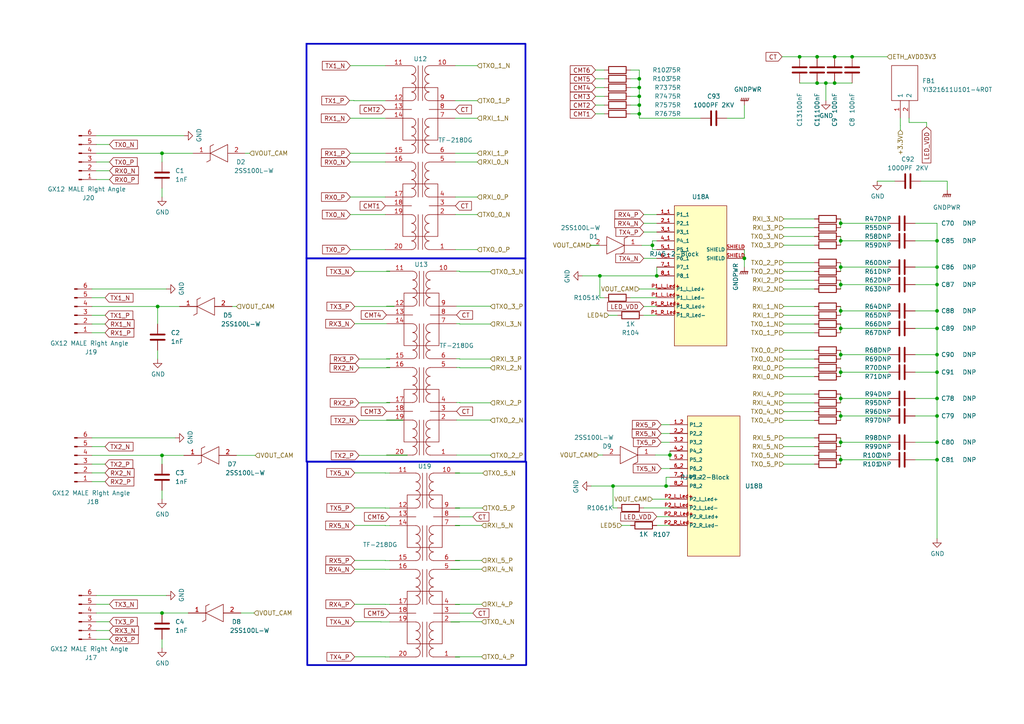
<source format=kicad_sch>
(kicad_sch (version 20231120) (generator "eeschema") (generator_version "8.0")
  (paper "A4")
  (junction (at 243.84 120.65))
  (junction (at 271.78 120.65))
  (junction (at 185.42 33.02))
  (junction (at 185.42 25.4))
  (junction (at 243.84 82.55))
  (junction (at 271.78 102.87))
  (junction (at 271.78 133.35))
  (junction (at 243.84 64.77))
  (junction (at 243.84 77.47))
  (junction (at 271.78 82.55))
  (junction (at 243.84 95.25))
  (junction (at 242.0768 16.4702))
  (junction (at 185.42 30.48))
  (junction (at 46.99 132.08))
  (junction (at 194.31 131.9754))
  (junction (at 173.99 80.01))
  (junction (at 242.0768 24.0902))
  (junction (at 243.84 128.27))
  (junction (at 243.84 102.87))
  (junction (at 271.78 107.95))
  (junction (at 190.5 80.01))
  (junction (at 243.84 133.35))
  (junction (at 236.9968 24.0902))
  (junction (at 236.9968 16.4702))
  (junction (at 243.84 107.95))
  (junction (at 247.1568 16.4702))
  (junction (at 177.8 140.97))
  (junction (at 271.78 115.57))
  (junction (at 239.5368 24.0902))
  (junction (at 243.84 90.17))
  (junction (at 271.78 90.17))
  (junction (at 271.78 95.25))
  (junction (at 243.84 115.57))
  (junction (at 46.99 44.45))
  (junction (at 271.78 128.27))
  (junction (at 215.9 74.93))
  (junction (at 271.78 77.47))
  (junction (at 46.99 177.8))
  (junction (at 189.23 71.1611))
  (junction (at 243.84 69.85))
  (junction (at 271.78 69.85))
  (junction (at 185.42 27.94))
  (junction (at 185.42 22.86))
  (junction (at 45.72 88.9))
  (junction (at 193.193 140.97))
  (junction (at 231.9168 16.4702))
  (wire (pts (xy 243.84 90.17) (xy 257.81 90.17)))
  (wire (pts (xy 104.14 106.68) (xy 113.03 106.68)))
  (wire (pts (xy 101.6 62.23) (xy 111.76 62.23)))
  (wire (pts (xy 236.22 96.52) (xy 227.33 96.52)))
  (wire (pts (xy 27.94 177.8) (xy 46.99 177.8)))
  (wire (pts (xy 142.24 132.08) (xy 142.24 131.9931)))
  (wire (pts (xy 182.88 152.4) (xy 180.34 152.4)))
  (wire (pts (xy 236.22 129.54) (xy 227.33 129.54)))
  (wire (pts (xy 243.84 64.77) (xy 243.84 66.04)))
  (wire (pts (xy 236.22 101.6) (xy 227.33 101.6)))
  (wire (pts (xy 186.69 91.44) (xy 190.5 91.44)))
  (wire (pts (xy 179.07 91.44) (xy 176.53 91.44)))
  (wire (pts (xy 116.84 121.8331) (xy 112.093 121.8331)))
  (wire (pts (xy 113.03 104.14) (xy 113.03 104.0531)))
  (wire (pts (xy 243.84 107.95) (xy 257.81 107.95)))
  (wire (pts (xy 118.11 132.08) (xy 118.11 131.9931)))
  (wire (pts (xy 243.84 127) (xy 243.84 128.27)))
  (wire (pts (xy 132.08 190.5) (xy 132.08 190.5412)))
  (wire (pts (xy 243.84 119.38) (xy 243.84 120.65)))
  (wire (pts (xy 132.08 162.6012) (xy 133.3389 162.6012)))
  (wire (pts (xy 236.22 106.68) (xy 227.33 106.68)))
  (wire (pts (xy 31.75 52.07) (xy 27.94 52.07)))
  (wire (pts (xy 226.8368 16.4702) (xy 231.9168 16.4702)))
  (wire (pts (xy 101.3778 29.1519) (xy 102.6478 29.1519)))
  (wire (pts (xy 138.43 29.21) (xy 132.08 29.21)))
  (wire (pts (xy 242.0768 24.0902) (xy 247.1568 24.0902)))
  (wire (pts (xy 142.24 106.68) (xy 133.35 106.68)))
  (wire (pts (xy 236.22 121.92) (xy 227.33 121.92)))
  (wire (pts (xy 138.43 72.39) (xy 132.08 72.39)))
  (wire (pts (xy 132.413 121.8331) (xy 142.24 121.8331)))
  (wire (pts (xy 243.84 101.6) (xy 243.84 102.87)))
  (wire (pts (xy 185.42 20.32) (xy 182.88 20.32)))
  (wire (pts (xy 215.9 34.29) (xy 215.9 30.48)))
  (wire (pts (xy 243.84 115.57) (xy 243.84 116.84)))
  (wire (pts (xy 45.72 93.98) (xy 45.72 88.9)))
  (wire (pts (xy 271.78 77.47) (xy 271.78 82.55)))
  (wire (pts (xy 133.35 78.8269) (xy 133.35 78.6531)))
  (wire (pts (xy 69.85 177.8) (xy 73.66 177.8)))
  (wire (pts (xy 104.14 104.14) (xy 113.03 104.14)))
  (wire (pts (xy 194.31 131.9754) (xy 194.31 133.35)))
  (wire (pts (xy 265.43 133.35) (xy 271.78 133.35)))
  (wire (pts (xy 130.81 165.1412) (xy 133.3389 165.1412)))
  (wire (pts (xy 102.87 88.9) (xy 114.3 88.9)))
  (wire (pts (xy 190.5 149.86) (xy 194.31 149.86)))
  (wire (pts (xy 50.8 127) (xy 26.67 127)))
  (wire (pts (xy 138.43 62.23) (xy 132.08 62.23)))
  (wire (pts (xy 271.78 102.87) (xy 271.78 107.95)))
  (wire (pts (xy 27.94 44.45) (xy 46.99 44.45)))
  (wire (pts (xy 132.08 137.2012) (xy 133.3389 137.2012)))
  (wire (pts (xy 133.35 116.7531) (xy 132.413 116.7531)))
  (wire (pts (xy 46.99 44.45) (xy 55.88 44.45)))
  (wire (pts (xy 190.5 77.47) (xy 190.5 80.01)))
  (wire (pts (xy 236.22 134.62) (xy 227.33 134.62)))
  (wire (pts (xy 186.69 64.77) (xy 190.5 64.77)))
  (wire (pts (xy 191.77 128.27) (xy 194.31 128.27)))
  (wire (pts (xy 274.743 55.0829) (xy 274.743 52.5429)))
  (wire (pts (xy 243.84 133.35) (xy 243.84 134.62)))
  (wire (pts (xy 268.7468 35.5202) (xy 263.6668 35.5202)))
  (wire (pts (xy 261.1399 37.7264) (xy 261.1399 36.4112)))
  (wire (pts (xy 243.84 82.55) (xy 243.84 83.82)))
  (wire (pts (xy 236.22 93.98) (xy 227.33 93.98)))
  (wire (pts (xy 236.22 104.14) (xy 227.33 104.14)))
  (wire (pts (xy 139.8948 147.344) (xy 132.08 147.344)))
  (wire (pts (xy 243.84 102.87) (xy 257.81 102.87)))
  (wire (pts (xy 111.76 137.2012) (xy 113.0189 137.2012)))
  (wire (pts (xy 30.48 139.7) (xy 26.67 139.7)))
  (wire (pts (xy 133.35 93.8931) (xy 132.413 93.8931)))
  (wire (pts (xy 138.43 46.99) (xy 132.08 46.99)))
  (wire (pts (xy 271.78 69.85) (xy 271.78 77.47)))
  (wire (pts (xy 236.22 76.2) (xy 227.33 76.2)))
  (wire (pts (xy 30.48 96.52) (xy 26.67 96.52)))
  (wire (pts (xy 242.0768 16.4702) (xy 247.1568 16.4702)))
  (wire (pts (xy 46.99 187.96) (xy 46.99 185.42)))
  (wire (pts (xy 236.22 71.12) (xy 227.33 71.12)))
  (wire (pts (xy 110.49 180.34) (xy 110.49 180.3812)))
  (wire (pts (xy 172.72 20.32) (xy 175.26 20.32)))
  (wire (pts (xy 142.24 121.8331) (xy 142.24 121.92)))
  (wire (pts (xy 111.76 175.26) (xy 111.76 175.3012)))
  (wire (pts (xy 102.87 137.16) (xy 111.76 137.16)))
  (wire (pts (xy 139.7 190.5) (xy 132.08 190.5)))
  (wire (pts (xy 53.34 39.37) (xy 27.94 39.37)))
  (wire (pts (xy 102.87 78.74) (xy 113.03 78.74)))
  (wire (pts (xy 236.22 127) (xy 227.33 127)))
  (wire (pts (xy 172.72 33.02) (xy 175.26 33.02)))
  (wire (pts (xy 186.69 88.9) (xy 190.5 88.9)))
  (wire (pts (xy 137.1489 177.8412) (xy 133.3389 177.8412)))
  (wire (pts (xy 236.22 132.08) (xy 227.33 132.08)))
  (wire (pts (xy 231.9168 16.4702) (xy 236.9968 16.4702)))
  (wire (pts (xy 30.48 137.16) (xy 26.67 137.16)))
  (wire (pts (xy 102.6478 29.21) (xy 111.76 29.21)))
  (wire (pts (xy 271.78 133.35) (xy 271.78 128.27)))
  (wire (pts (xy 172.72 30.48) (xy 175.26 30.48)))
  (wire (pts (xy 189.23 69.85) (xy 190.5 69.85)))
  (wire (pts (xy 271.78 120.65) (xy 271.78 115.57)))
  (wire (pts (xy 31.75 46.99) (xy 27.94 46.99)))
  (wire (pts (xy 111.76 190.5412) (xy 113.0189 190.5412)))
  (wire (pts (xy 271.78 102.87) (xy 265.43 102.87)))
  (wire (pts (xy 133.35 116.84) (xy 133.35 116.7531)))
  (wire (pts (xy 71.12 44.45) (xy 72.39 44.45)))
  (wire (pts (xy 30.48 134.62) (xy 26.67 134.62)))
  (wire (pts (xy 239.5368 24.0902) (xy 242.0768 24.0902)))
  (wire (pts (xy 271.78 120.65) (xy 265.43 120.65)))
  (wire (pts (xy 174.8078 131.9754) (xy 173.5378 131.9754)))
  (wire (pts (xy 140.0315 137.225) (xy 132.08 137.225)))
  (wire (pts (xy 243.84 63.5) (xy 243.84 64.77)))
  (wire (pts (xy 113.03 116.7531) (xy 112.093 116.7531)))
  (wire (pts (xy 30.48 93.98) (xy 26.67 93.98)))
  (wire (pts (xy 173.99 86.36) (xy 175.26 86.36)))
  (wire (pts (xy 243.84 69.85) (xy 257.81 69.85)))
  (wire (pts (xy 102.87 165.1) (xy 111.76 165.1)))
  (wire (pts (xy 133.35 104.14) (xy 133.35 104.0531)))
  (wire (pts (xy 193.193 138.43) (xy 193.193 140.97)))
  (wire (pts (xy 185.42 34.29) (xy 185.42 33.02)))
  (wire (pts (xy 30.48 91.44) (xy 26.67 91.44)))
  (wire (pts (xy 114.3 88.9) (xy 114.3 88.8131)))
  (wire (pts (xy 111.76 190.5) (xy 111.76 190.5412)))
  (wire (pts (xy 26.67 86.36) (xy 30.48 86.36)))
  (wire (pts (xy 243.84 77.47) (xy 257.81 77.47)))
  (wire (pts (xy 194.31 147.32) (xy 186.69 147.32)))
  (wire (pts (xy 271.78 64.77) (xy 265.43 64.77)))
  (wire (pts (xy 30.48 129.54) (xy 26.67 129.54)))
  (wire (pts (xy 110.49 180.3812) (xy 113.0189 180.3812)))
  (wire (pts (xy 271.78 107.95) (xy 265.43 107.95)))
  (wire (pts (xy 243.84 81.28) (xy 243.84 82.55)))
  (wire (pts (xy 194.31 138.43) (xy 193.193 138.43)))
  (wire (pts (xy 133.35 106.68) (xy 133.35 106.5931)))
  (wire (pts (xy 138.43 44.45) (xy 132.08 44.45)))
  (wire (pts (xy 243.84 64.77) (xy 257.81 64.77)))
  (wire (pts (xy 185.42 22.86) (xy 182.88 22.86)))
  (wire (pts (xy 111.76 175.3012) (xy 113.0189 175.3012)))
  (wire (pts (xy 271.78 82.55) (xy 265.43 82.55)))
  (wire (pts (xy 132.08 147.344) (xy 132.08 147.3612)))
  (wire (pts (xy 236.22 116.84) (xy 227.33 116.84)))
  (wire (pts (xy 113.03 78.74) (xy 113.03 78.6531)))
  (wire (pts (xy 111.76 137.16) (xy 111.76 137.2012)))
  (wire (pts (xy 104.14 116.84) (xy 113.03 116.84)))
  (wire (pts (xy 111.76 152.4412) (xy 113.0189 152.4412)))
  (wire (pts (xy 236.22 78.74) (xy 227.33 78.74)))
  (wire (pts (xy 101.6 44.45) (xy 111.76 44.45)))
  (wire (pts (xy 271.78 95.25) (xy 271.78 102.87)))
  (wire (pts (xy 271.78 90.17) (xy 265.43 90.17)))
  (wire (pts (xy 137.1489 149.9012) (xy 133.3389 149.9012)))
  (wire (pts (xy 194.31 130.81) (xy 194.31 131.9754)))
  (wire (pts (xy 194.31 144.78) (xy 189.23 144.78)))
  (wire (pts (xy 132.08 175.26) (xy 132.08 175.3012)))
  (wire (pts (xy 243.84 128.27) (xy 243.84 129.54)))
  (wire (pts (xy 168.91 80.01) (xy 173.99 80.01)))
  (wire (pts (xy 243.84 120.65) (xy 257.81 120.65)))
  (wire (pts (xy 191.77 125.73) (xy 194.31 125.73)))
  (wire (pts (xy 271.78 156.21) (xy 271.78 133.35)))
  (wire (pts (xy 130.81 180.3812) (xy 133.3389 180.3812)))
  (wire (pts (xy 185.42 27.94) (xy 182.88 27.94)))
  (wire (pts (xy 113.03 106.5931) (xy 112.093 106.5931)))
  (wire (pts (xy 46.99 144.78) (xy 46.99 142.24)))
  (wire (pts (xy 142.24 78.8269) (xy 133.35 78.8269)))
  (wire (pts (xy 113.03 106.68) (xy 113.03 106.5931)))
  (wire (pts (xy 139.7 180.34) (xy 130.81 180.34)))
  (wire (pts (xy 271.78 95.25) (xy 265.43 95.25)))
  (wire (pts (xy 236.22 119.38) (xy 227.33 119.38)))
  (wire (pts (xy 190.5 80.01) (xy 173.99 80.01)))
  (wire (pts (xy 104.14 132.08) (xy 118.11 132.08)))
  (wire (pts (xy 139.7 175.26) (xy 132.08 175.26)))
  (wire (pts (xy 185.42 25.4) (xy 185.42 27.94)))
  (wire (pts (xy 257.3168 16.4702) (xy 247.1568 16.4702)))
  (wire (pts (xy 236.9968 16.4702) (xy 242.0768 16.4702)))
  (wire (pts (xy 271.78 69.85) (xy 265.43 69.85)))
  (wire (pts (xy 172.72 27.94) (xy 175.26 27.94)))
  (wire (pts (xy 243.84 132.08) (xy 243.84 133.35)))
  (wire (pts (xy 74.0291 132.08) (xy 68.58 132.08)))
  (wire (pts (xy 271.78 77.47) (xy 265.43 77.47)))
  (wire (pts (xy 190.5 86.36) (xy 182.88 86.36)))
  (wire (pts (xy 191.77 135.89) (xy 194.31 135.89)))
  (wire (pts (xy 111.76 165.1412) (xy 113.0189 165.1412)))
  (wire (pts (xy 102.87 190.5) (xy 111.76 190.5)))
  (wire (pts (xy 243.84 77.47) (xy 243.84 78.74)))
  (wire (pts (xy 243.84 120.65) (xy 243.84 121.92)))
  (wire (pts (xy 186.69 67.31) (xy 190.5 67.31)))
  (wire (pts (xy 111.76 147.32) (xy 111.76 147.3612)))
  (wire (pts (xy 101.6 19.05) (xy 111.76 19.05)))
  (wire (pts (xy 185.42 20.32) (xy 185.42 22.86)))
  (wire (pts (xy 185.42 33.02) (xy 182.88 33.02)))
  (wire (pts (xy 193.193 140.97) (xy 177.8 140.97)))
  (wire (pts (xy 177.8 147.32) (xy 177.8 140.97)))
  (wire (pts (xy 132.413 131.9931) (xy 142.24 131.9931)))
  (wire (pts (xy 194.31 140.97) (xy 193.193 140.97)))
  (wire (pts (xy 243.84 95.25) (xy 243.84 96.52)))
  (wire (pts (xy 101.6 46.99) (xy 111.76 46.99)))
  (wire (pts (xy 185.42 30.48) (xy 185.42 27.94)))
  (wire (pts (xy 261.1399 36.4112) (xy 261.1268 36.4112)))
  (wire (pts (xy 111.76 162.6012) (xy 113.0189 162.6012)))
  (wire (pts (xy 133.35 106.5931) (xy 132.413 106.5931)))
  (wire (pts (xy 189.23 72.39) (xy 189.23 71.1611)))
  (wire (pts (xy 27.94 172.72) (xy 48.26 172.72)))
  (wire (pts (xy 263.6668 35.5202) (xy 263.6668 34.2502)))
  (wire (pts (xy 186.69 62.23) (xy 190.5 62.23)))
  (wire (pts (xy 31.75 41.91) (xy 27.94 41.91)))
  (wire (pts (xy 243.84 106.68) (xy 243.84 107.95)))
  (wire (pts (xy 102.6478 29.1519) (xy 102.6478 29.21)))
  (wire (pts (xy 132.08 190.5412) (xy 133.3389 190.5412)))
  (wire (pts (xy 26.67 88.9) (xy 45.72 88.9)))
  (wire (pts (xy 45.72 104.14) (xy 45.72 101.6)))
  (wire (pts (xy 116.84 121.92) (xy 116.84 121.8331)))
  (wire (pts (xy 101.6 34.29) (xy 111.76 34.29)))
  (wire (pts (xy 236.22 68.58) (xy 227.33 68.58)))
  (wire (pts (xy 261.1268 36.4112) (xy 261.1268 34.2502)))
  (wire (pts (xy 271.78 64.77) (xy 271.78 69.85)))
  (wire (pts (xy 132.08 175.3012) (xy 133.3389 175.3012)))
  (wire (pts (xy 236.22 88.9) (xy 227.33 88.9)))
  (wire (pts (xy 236.22 114.3) (xy 227.33 114.3)))
  (wire (pts (xy 171.45 140.97) (xy 177.8 140.97)))
  (wire (pts (xy 102.87 180.34) (xy 110.49 180.34)))
  (wire (pts (xy 271.78 115.57) (xy 265.43 115.57)))
  (wire (pts (xy 173.99 86.36) (xy 173.99 80.01)))
  (wire (pts (xy 236.22 63.5) (xy 227.33 63.5)))
  (wire (pts (xy 189.23 69.85) (xy 189.23 71.1611)))
  (wire (pts (xy 67.31 88.9) (xy 68.58 88.9)))
  (wire (pts (xy 113.03 78.6531) (xy 112.093 78.6531)))
  (wire (pts (xy 243.84 102.87) (xy 243.84 104.14)))
  (wire (pts (xy 132.08 162.56) (xy 132.08 162.6012)))
  (wire (pts (xy 236.22 66.04) (xy 227.33 66.04)))
  (wire (pts (xy 102.87 147.32) (xy 111.76 147.32)))
  (wire (pts (xy 170.9011 71.1611) (xy 173.736 71.1611)))
  (wire (pts (xy 45.72 88.9) (xy 52.07 88.9)))
  (wire (pts (xy 133.35 93.98) (xy 133.35 93.8931)))
  (wire (pts (xy 102.87 152.4) (xy 111.76 152.4)))
  (wire (pts (xy 236.22 109.22) (xy 227.33 109.22)))
  (wire (pts (xy 172.72 22.86) (xy 175.26 22.86)))
  (wire (pts (xy 186.69 74.93) (xy 190.5 74.93)))
  (wire (pts (xy 271.78 90.17) (xy 271.78 95.25)))
  (wire (pts (xy 118.11 131.9931) (xy 112.093 131.9931)))
  (wire (pts (xy 138.43 19.05) (xy 132.08 19.05)))
  (wire (pts (xy 53.34 132.08) (xy 46.99 132.08)))
  (wire (pts (xy 102.8776 93.8931) (xy 112.093 93.8931)))
  (wire (pts (xy 113.03 104.0531) (xy 112.093 104.0531)))
  (wire (pts (xy 236.22 81.28) (xy 227.33 81.28)))
  (wire (pts (xy 102.87 162.56) (xy 111.76 162.56)))
  (wire (pts (xy 111.76 152.4) (xy 111.76 152.4412)))
  (wire (pts (xy 132.08 152.4412) (xy 133.3389 152.4412)))
  (wire (pts (xy 130.81 165.1) (xy 130.81 165.1412)))
  (wire (pts (xy 271.78 115.57) (xy 271.78 107.95)))
  (wire (pts (xy 185.42 25.4) (xy 182.88 25.4)))
  (wire (pts (xy 236.9968 24.0902) (xy 231.9168 24.0902)))
  (wire (pts (xy 173.736 71.12) (xy 171.45 71.12)))
  (wire (pts (xy 26.67 83.82) (xy 48.26 83.82)))
  (wire (pts (xy 185.42 34.29) (xy 203.2 34.29)))
  (wire (pts (xy 190.5 83.82) (xy 185.42 83.82)))
  (wire (pts (xy 142.24 88.8131) (xy 132.413 88.8131)))
  (wire (pts (xy 111.76 147.3612) (xy 113.0189 147.3612)))
  (wire (pts (xy 111.76 165.1) (xy 111.76 165.1412)))
  (wire (pts (xy 101.6 72.39) (xy 111.76 72.39)))
  (wire (pts (xy 215.9 72.39) (xy 215.9 74.93)))
  (wire (pts (xy 215.9 74.93) (xy 215.9 77.47)))
  (wire (pts (xy 190.5 152.4) (xy 194.31 152.4)))
  (wire (pts (xy 185.42 22.86) (xy 185.42 25.4)))
  (wire (pts (xy 243.84 115.57) (xy 257.81 115.57)))
  (wire (pts (xy 236.22 83.82) (xy 227.33 83.82)))
  (wire (pts (xy 102.87 175.26) (xy 111.76 175.26)))
  (wire (pts (xy 111.76 162.56) (xy 111.76 162.6012)))
  (wire (pts (xy 142.24 88.9) (xy 142.24 88.8131)))
  (wire (pts (xy 243.84 128.27) (xy 257.81 128.27)))
  (wire (pts (xy 243.84 114.3) (xy 243.84 115.57)))
  (wire (pts (xy 133.35 78.6531) (xy 132.413 78.6531)))
  (wire (pts (xy 138.43 34.29) (xy 132.08 34.29)))
  (wire (pts (xy 142.24 116.84) (xy 133.35 116.84)))
  (wire (pts (xy 46.99 46.99) (xy 46.99 44.45)))
  (wire (pts (xy 243.84 90.17) (xy 243.84 91.44)))
  (wire (pts (xy 243.84 88.9) (xy 243.84 90.17)))
  (wire (pts (xy 46.99 57.15) (xy 46.99 54.61)))
  (wire (pts (xy 243.84 133.35) (xy 257.81 133.35)))
  (wire (pts (xy 243.84 68.58) (xy 243.84 69.85)))
  (wire (pts (xy 139.7 165.1) (xy 130.81 165.1)))
  (wire (pts (xy 46.99 132.08) (xy 26.67 132.08)))
  (wire (pts (xy 243.84 69.85) (xy 243.84 71.12)))
  (wire (pts (xy 186.1411 71.1611) (xy 189.23 71.1611)))
  (wire (pts (xy 113.03 116.84) (xy 113.03 116.7531)))
  (wire (pts (xy 31.75 175.26) (xy 27.94 175.26)))
  (wire (pts (xy 243.84 93.98) (xy 243.84 95.25)))
  (wire (pts (xy 132.08 137.225) (xy 132.08 137.2012)))
  (wire (pts (xy 101.6 57.15) (xy 111.76 57.15)))
  (wire (pts (xy 215.9 34.29) (xy 210.82 34.29)))
  (wire (pts (xy 173.736 71.1611) (xy 173.736 71.12)))
  (wire (pts (xy 243.84 82.55) (xy 257.81 82.55)))
  (wire (pts (xy 243.84 95.25) (xy 257.81 95.25)))
  (wire (pts (xy 243.84 76.2) (xy 243.84 77.47)))
  (wire (pts (xy 46.99 177.8) (xy 54.61 177.8)))
  (wire (pts (xy 236.9968 24.0902) (xy 239.5368 24.0902)))
  (wire (pts (xy 265.43 128.27) (xy 271.78 128.27)))
  (wire (pts (xy 132.08 152.4) (xy 132.08 152.4412)))
  (wire (pts (xy 31.75 185.42) (xy 27.94 185.42)))
  (wire (pts (xy 236.22 91.44) (xy 227.33 91.44)))
  (wire (pts (xy 133.35 104.0531) (xy 132.413 104.0531)))
  (wire (pts (xy 139.7 162.56) (xy 132.08 162.56)))
  (wire (pts (xy 142.24 93.98) (xy 133.35 93.98)))
  (wire (pts (xy 142.24 104.14) (xy 133.35 104.14)))
  (wire (pts (xy 177.8 147.32) (xy 179.07 147.32)))
  (wire (pts (xy 132.08 57.15) (xy 138.43 57.15)))
  (wire (pts (xy 185.42 30.48) (xy 182.88 30.48)))
  (wire (pts (xy 190.5 72.39) (xy 189.23 72.39)))
  (wire (pts (xy 243.84 107.95) (xy 243.84 109.22)))
  (wire (pts (xy 139.7 152.4) (xy 132.08 152.4)))
  (wire (pts (xy 172.72 25.4) (xy 175.26 25.4)))
  (wire (pts (xy 268.7468 36.7902) (xy 268.7468 35.5202)))
  (wire (pts (xy 31.75 180.34) (xy 27.94 180.34)))
  (wire (pts (xy 104.14 121.92) (xy 116.84 121.92)))
  (wire (pts (xy 274.743 52.5429) (xy 267.123 52.5429)))
  (wire (pts (xy 190.0478 131.9754) (xy 194.31 131.9754)))
  (wire (pts (xy 132.08 147.3612) (xy 133.3389 147.3612)))
  (wire (pts (xy 271.78 128.27) (xy 271.78 120.65)))
  (wire (pts (xy 31.75 182.88) (xy 27.94 182.88)))
  (wire (pts (xy 114.3 88.8131) (xy 112.093 88.8131)))
  (wire (pts (xy 46.99 134.62) (xy 46.99 132.08)))
  (wire (pts (xy 254.423 52.5429) (xy 259.503 52.5429)))
  (wire (pts (xy 31.75 49.53) (xy 27.94 49.53)))
  (wire (pts (xy 239.5368 29.1702) (xy 239.5368 24.0902)))
  (wire (pts (xy 271.78 82.55) (xy 271.78 90.17)))
  (wire (pts (xy 130.81 180.34) (xy 130.81 180.3812)))
  (wire (pts (xy 191.77 123.19) (xy 194.31 123.19)))
  (wire (pts (xy 185.42 30.48) (xy 185.42 33.02)))
  (rectangle (start 88.9 74.93) (end 152.4 133.9036) (stroke (width 0.5)))
  (rectangle (start 88.9 12.7) (end 152.4 74.93) (stroke (width 0.5)))
  (rectangle (start 89.1224 133.9243) (end 152.6224 192.8979) (stroke (width 0.5)))
  (global_label "RX2_P" (shape input) (at 30.48 139.7 0) (property "Intersheetrefs" "${INTERSHEET_REFS}" (effects (hide yes))))
  (global_label "LED_VDD" (shape input) (at 190.5 149.86 180) (property "Intersheetrefs" "${INTERSHEET_REFS}" (effects (hide yes))))
  (global_label "TX2_N" (shape input) (at 104.14 121.92 180) (property "Intersheetrefs" "${INTERSHEET_REFS}" (effects (hide yes))))
  (global_label "RX5_N" (shape input) (at 191.77 125.73 180) (property "Intersheetrefs" "${INTERSHEET_REFS}" (effects (hide yes))))
  (global_label "RX4_N" (shape input) (at 186.69 64.77 180) (property "Intersheetrefs" "${INTERSHEET_REFS}" (effects (hide yes))))
  (global_label "TX3_N" (shape input) (at 31.75 175.26 0) (property "Intersheetrefs" "${INTERSHEET_REFS}" (effects (hide yes))))
  (global_label "CMT5" (shape input) (at 113.0189 177.8412 180) (property "Intersheetrefs" "${INTERSHEET_REFS}" (effects (hide yes))))
  (global_label "CT" (shape input) (at 137.1489 177.8412 0) (property "Intersheetrefs" "${INTERSHEET_REFS}" (effects (hide yes))))
  (global_label "RX5_N" (shape input) (at 102.87 152.4 180) (property "Intersheetrefs" "${INTERSHEET_REFS}" (effects (hide yes))))
  (global_label "TX0_N" (shape input) (at 31.75 41.91 0) (property "Intersheetrefs" "${INTERSHEET_REFS}" (effects (hide yes))))
  (global_label "CMT5" (shape input) (at 172.72 22.86 180) (property "Intersheetrefs" "${INTERSHEET_REFS}" (effects (hide yes))))
  (global_label "TX5_N" (shape input) (at 191.77 135.89 180) (property "Intersheetrefs" "${INTERSHEET_REFS}" (effects (hide yes))))
  (global_label "CT" (shape input) (at 132.08 59.69 0) (property "Intersheetrefs" "${INTERSHEET_REFS}" (effects (hide yes))))
  (global_label "RX0_N" (shape input) (at 101.6 46.99 180) (property "Intersheetrefs" "${INTERSHEET_REFS}" (effects (hide yes))))
  (global_label "TX1_N" (shape input) (at 30.48 86.36 0) (property "Intersheetrefs" "${INTERSHEET_REFS}" (effects (hide yes))))
  (global_label "CMT3" (shape input) (at 112.093 119.2931 180) (property "Intersheetrefs" "${INTERSHEET_REFS}" (effects (hide yes))))
  (global_label "TX1_P" (shape input) (at 30.48 91.44 0) (property "Intersheetrefs" "${INTERSHEET_REFS}" (effects (hide yes))))
  (global_label "LED_VDD" (shape input) (at 268.7468 36.7902 270) (property "Intersheetrefs" "${INTERSHEET_REFS}" (effects (hide yes))))
  (global_label "RX2_N" (shape input) (at 104.14 106.68 180) (property "Intersheetrefs" "${INTERSHEET_REFS}" (effects (hide yes))))
  (global_label "TX5_P" (shape input) (at 191.77 128.27 180) (property "Intersheetrefs" "${INTERSHEET_REFS}" (effects (hide yes))))
  (global_label "TX5_N" (shape input) (at 102.87 137.16 180) (property "Intersheetrefs" "${INTERSHEET_REFS}" (effects (hide yes))))
  (global_label "CT" (shape input) (at 137.1489 149.9012 0) (property "Intersheetrefs" "${INTERSHEET_REFS}" (effects (hide yes))))
  (global_label "RX4_P" (shape input) (at 102.87 175.26 180) (property "Intersheetrefs" "${INTERSHEET_REFS}" (effects (hide yes))))
  (global_label "RX2_N" (shape input) (at 30.48 137.16 0) (property "Intersheetrefs" "${INTERSHEET_REFS}" (effects (hide yes))))
  (global_label "TX0_P" (shape input) (at 101.6 72.39 180) (property "Intersheetrefs" "${INTERSHEET_REFS}" (effects (hide yes))))
  (global_label "LED_VDD" (shape input) (at 186.69 88.9 180) (property "Intersheetrefs" "${INTERSHEET_REFS}" (effects (hide yes))))
  (global_label "TX5_P" (shape input) (at 102.87 147.32 180) (property "Intersheetrefs" "${INTERSHEET_REFS}" (effects (hide yes))))
  (global_label "RX3_N" (shape input) (at 102.8776 93.8931 180) (property "Intersheetrefs" "${INTERSHEET_REFS}" (effects (hide yes))))
  (global_label "CT" (shape input) (at 132.413 91.3531 0) (property "Intersheetrefs" "${INTERSHEET_REFS}" (effects (hide yes))))
  (global_label "TX4_N" (shape input) (at 102.87 180.34 180) (property "Intersheetrefs" "${INTERSHEET_REFS}" (effects (hide yes))))
  (global_label "TX4_P" (shape input) (at 186.69 67.31 180) (property "Intersheetrefs" "${INTERSHEET_REFS}" (effects (hide yes))))
  (global_label "RX2_P" (shape input) (at 104.14 116.84 180) (property "Intersheetrefs" "${INTERSHEET_REFS}" (effects (hide yes))))
  (global_label "TX2_P" (shape input) (at 104.14 132.08 180) (property "Intersheetrefs" "${INTERSHEET_REFS}" (effects (hide yes))))
  (global_label "TX1_P" (shape input) (at 101.3778 29.1519 180) (property "Intersheetrefs" "${INTERSHEET_REFS}" (effects (hide yes))))
  (global_label "RX0_N" (shape input) (at 31.75 49.53 0) (property "Intersheetrefs" "${INTERSHEET_REFS}" (effects (hide yes))))
  (global_label "TX2_P" (shape input) (at 30.48 134.62 0) (property "Intersheetrefs" "${INTERSHEET_REFS}" (effects (hide yes))))
  (global_label "RX4_P" (shape input) (at 186.69 62.23 180) (property "Intersheetrefs" "${INTERSHEET_REFS}" (effects (hide yes))))
  (global_label "RX3_P" (shape input) (at 31.75 185.42 0) (property "Intersheetrefs" "${INTERSHEET_REFS}" (effects (hide yes))))
  (global_label "CT" (shape input) (at 132.08 31.75 0) (property "Intersheetrefs" "${INTERSHEET_REFS}" (effects (hide yes))))
  (global_label "CT" (shape input) (at 132.413 119.2931 0) (property "Intersheetrefs" "${INTERSHEET_REFS}" (effects (hide yes))))
  (global_label "RX1_N" (shape input) (at 30.48 93.98 0) (property "Intersheetrefs" "${INTERSHEET_REFS}" (effects (hide yes))))
  (global_label "TX3_N" (shape input) (at 102.87 78.74 180) (property "Intersheetrefs" "${INTERSHEET_REFS}" (effects (hide yes))))
  (global_label "TX3_P" (shape input) (at 102.87 88.9 180) (property "Intersheetrefs" "${INTERSHEET_REFS}" (effects (hide yes))))
  (global_label "TX1_N" (shape input) (at 101.6 19.05 180) (property "Intersheetrefs" "${INTERSHEET_REFS}" (effects (hide yes))))
  (global_label "TX0_N" (shape input) (at 101.6 62.23 180) (property "Intersheetrefs" "${INTERSHEET_REFS}" (effects (hide yes))))
  (global_label "CMT4" (shape input) (at 112.093 91.3531 180) (property "Intersheetrefs" "${INTERSHEET_REFS}" (effects (hide yes))))
  (global_label "TX0_P" (shape input) (at 31.75 46.99 0) (property "Intersheetrefs" "${INTERSHEET_REFS}" (effects (hide yes))))
  (global_label "CMT6" (shape input) (at 113.0189 149.9012 180) (property "Intersheetrefs" "${INTERSHEET_REFS}" (effects (hide yes))))
  (global_label "RX5_P" (shape input) (at 102.87 162.56 180) (property "Intersheetrefs" "${INTERSHEET_REFS}" (effects (hide yes))))
  (global_label "TX2_N" (shape input) (at 30.48 129.54 0) (property "Intersheetrefs" "${INTERSHEET_REFS}" (effects (hide yes))))
  (global_label "RX3_N" (shape input) (at 31.75 182.88 0) (property "Intersheetrefs" "${INTERSHEET_REFS}" (effects (hide yes))))
  (global_label "RX3_P" (shape input) (at 104.14 104.14 180) (property "Intersheetrefs" "${INTERSHEET_REFS}" (effects (hide yes))))
  (global_label "RX0_P" (shape input) (at 101.6 57.15 180) (property "Intersheetrefs" "${INTERSHEET_REFS}" (effects (hide yes))))
  (global_label "CT" (shape input) (at 226.8368 16.4702 180) (property "Intersheetrefs" "${INTERSHEET_REFS}" (effects (hide yes))))
  (global_label "CMT2" (shape input) (at 111.76 31.75 180) (property "Intersheetrefs" "${INTERSHEET_REFS}" (effects (hide yes))))
  (global_label "CMT1" (shape input) (at 172.72 33.02 180) (property "Intersheetrefs" "${INTERSHEET_REFS}" (effects (hide yes))))
  (global_label "RX4_N" (shape input) (at 102.87 165.1 180) (property "Intersheetrefs" "${INTERSHEET_REFS}" (effects (hide yes))))
  (global_label "TX4_P" (shape input) (at 102.87 190.5 180) (property "Intersheetrefs" "${INTERSHEET_REFS}" (effects (hide yes))))
  (global_label "CMT1" (shape input) (at 111.76 59.69 180) (property "Intersheetrefs" "${INTERSHEET_REFS}" (effects (hide yes))))
  (global_label "TX4_N" (shape input) (at 186.69 74.93 180) (property "Intersheetrefs" "${INTERSHEET_REFS}" (effects (hide yes))))
  (global_label "CMT3" (shape input) (at 172.72 27.94 180) (property "Intersheetrefs" "${INTERSHEET_REFS}" (effects (hide yes))))
  (global_label "RX1_P" (shape input) (at 30.48 96.52 0) (property "Intersheetrefs" "${INTERSHEET_REFS}" (effects (hide yes))))
  (global_label "CMT2" (shape input) (at 172.72 30.48 180) (property "Intersheetrefs" "${INTERSHEET_REFS}" (effects (hide yes))))
  (global_label "RX0_P" (shape input) (at 31.75 52.07 0) (property "Intersheetrefs" "${INTERSHEET_REFS}" (effects (hide yes))))
  (global_label "TX3_P" (shape input) (at 31.75 180.34 0) (property "Intersheetrefs" "${INTERSHEET_REFS}" (effects (hide yes))))
  (global_label "RX5_P" (shape input) (at 191.77 123.19 180) (property "Intersheetrefs" "${INTERSHEET_REFS}" (effects (hide yes))))
  (global_label "CMT6" (shape input) (at 172.72 20.32 180) (property "Intersheetrefs" "${INTERSHEET_REFS}" (effects (hide yes))))
  (global_label "RX1_P" (shape input) (at 101.6 44.45 180) (property "Intersheetrefs" "${INTERSHEET_REFS}" (effects (hide yes))))
  (global_label "CMT4" (shape input) (at 172.72 25.4 180) (property "Intersheetrefs" "${INTERSHEET_REFS}" (effects (hide yes))))
  (global_label "RX1_N" (shape input) (at 101.6 34.29 180) (property "Intersheetrefs" "${INTERSHEET_REFS}" (effects (hide yes))))
  (hierarchical_label "TXO_3_N" (shape input) (at 142.24 78.8269 0) (property "Intersheetrefs" "${INTERSHEET_REFS}" (effects (hide yes))))
  (hierarchical_label "RXI_4_N" (shape input) (at 139.7 165.1 0) (property "Intersheetrefs" "${INTERSHEET_REFS}" (effects (hide yes))))
  (hierarchical_label "ETH_AVDD3V3" (shape input) (at 257.3168 16.4702 0))
  (hierarchical_label "TXO_4_P" (shape input) (at 227.33 121.92 180) (property "Intersheetrefs" "${INTERSHEET_REFS}" (effects (hide yes))))
  (hierarchical_label "VOUT_CAM" (shape input) (at 74.0291 132.08 0))
  (hierarchical_label "TXO_5_P" (shape input) (at 139.8948 147.344 0) (property "Intersheetrefs" "${INTERSHEET_REFS}" (effects (hide yes))))
  (hierarchical_label "RXI_0_N" (shape input) (at 138.43 46.99 0) (property "Intersheetrefs" "${INTERSHEET_REFS}" (effects (hide yes))))
  (hierarchical_label "TXO_0_N" (shape input) (at 227.33 104.14 180) (property "Intersheetrefs" "${INTERSHEET_REFS}" (effects (hide yes))))
  (hierarchical_label "VOUT_CAM" (shape input) (at 173.5378 131.9754 180))
  (hierarchical_label "TXO_5_N" (shape input) (at 227.33 132.08 180) (property "Intersheetrefs" "${INTERSHEET_REFS}" (effects (hide yes))))
  (hierarchical_label "RXI_3_P" (shape input) (at 142.24 104.14 0) (property "Intersheetrefs" "${INTERSHEET_REFS}" (effects (hide yes))))
  (hierarchical_label "VOUT_CAM" (shape input) (at 171.45 71.12 180))
  (hierarchical_label "TXO_2_N" (shape input) (at 142.24 121.92 0) (property "Intersheetrefs" "${INTERSHEET_REFS}" (effects (hide yes))))
  (hierarchical_label "VOUT_CAM" (shape input) (at 68.58 88.9 0))
  (hierarchical_label "RXI_0_P" (shape input) (at 138.43 57.15 0) (property "Intersheetrefs" "${INTERSHEET_REFS}" (effects (hide yes))))
  (hierarchical_label "TXO_4_N" (shape input) (at 227.33 119.38 180) (property "Intersheetrefs" "${INTERSHEET_REFS}" (effects (hide yes))))
  (hierarchical_label "RXI_1_P" (shape input) (at 227.33 91.44 180) (property "Intersheetrefs" "${INTERSHEET_REFS}" (effects (hide yes))))
  (hierarchical_label "RXI_2_N" (shape input) (at 142.24 106.68 0) (property "Intersheetrefs" "${INTERSHEET_REFS}" (effects (hide yes))))
  (hierarchical_label "RXI_2_P" (shape input) (at 227.33 81.28 180) (property "Intersheetrefs" "${INTERSHEET_REFS}" (effects (hide yes))))
  (hierarchical_label "TXO_2_P" (shape input) (at 227.33 76.2 180) (property "Intersheetrefs" "${INTERSHEET_REFS}" (effects (hide yes))))
  (hierarchical_label "TXO_4_P" (shape input) (at 139.7 190.5 0) (property "Intersheetrefs" "${INTERSHEET_REFS}" (effects (hide yes))))
  (hierarchical_label "VOUT_CAM" (shape input) (at 72.39 44.45 0))
  (hierarchical_label "TXO_1_N" (shape input) (at 227.33 93.98 180) (property "Intersheetrefs" "${INTERSHEET_REFS}" (effects (hide yes))))
  (hierarchical_label "RXI_4_P" (shape input) (at 227.33 114.3 180) (property "Intersheetrefs" "${INTERSHEET_REFS}" (effects (hide yes))))
  (hierarchical_label "TXO_5_P" (shape input) (at 227.33 134.62 180) (property "Intersheetrefs" "${INTERSHEET_REFS}" (effects (hide yes))))
  (hierarchical_label "TXO_0_P" (shape input) (at 138.43 72.39 0) (property "Intersheetrefs" "${INTERSHEET_REFS}" (effects (hide yes))))
  (hierarchical_label "RXI_4_N" (shape input) (at 227.33 116.84 180) (property "Intersheetrefs" "${INTERSHEET_REFS}" (effects (hide yes))))
  (hierarchical_label "TXO_1_P" (shape input) (at 138.43 29.21 0) (property "Intersheetrefs" "${INTERSHEET_REFS}" (effects (hide yes))))
  (hierarchical_label "TXO_2_N" (shape input) (at 227.33 78.74 180) (property "Intersheetrefs" "${INTERSHEET_REFS}" (effects (hide yes))))
  (hierarchical_label "TXO_3_P" (shape input) (at 227.33 71.12 180) (property "Intersheetrefs" "${INTERSHEET_REFS}" (effects (hide yes))))
  (hierarchical_label "VOUT_CAM" (shape input) (at 185.42 83.82 180))
  (hierarchical_label "LED5" (shape input) (at 180.34 152.4 180))
  (hierarchical_label "TXO_1_N" (shape input) (at 138.43 19.05 0) (property "Intersheetrefs" "${INTERSHEET_REFS}" (effects (hide yes))))
  (hierarchical_label "RXI_5_N" (shape input) (at 139.7 152.4 0) (property "Intersheetrefs" "${INTERSHEET_REFS}" (effects (hide yes))))
  (hierarchical_label "TXO_3_N" (shape input) (at 227.33 68.58 180) (property "Intersheetrefs" "${INTERSHEET_REFS}" (effects (hide yes))))
  (hierarchical_label "TXO_5_N" (shape input) (at 140.0315 137.225 0) (property "Intersheetrefs" "${INTERSHEET_REFS}" (effects (hide yes))))
  (hierarchical_label "TXO_4_N" (shape input) (at 139.7 180.34 0) (property "Intersheetrefs" "${INTERSHEET_REFS}" (effects (hide yes))))
  (hierarchical_label "RXI_0_P" (shape input) (at 227.33 106.68 180) (property "Intersheetrefs" "${INTERSHEET_REFS}" (effects (hide yes))))
  (hierarchical_label "RXI_0_N" (shape input) (at 227.33 109.22 180) (property "Intersheetrefs" "${INTERSHEET_REFS}" (effects (hide yes))))
  (hierarchical_label "RXI_1_N" (shape input) (at 138.43 34.29 0) (property "Intersheetrefs" "${INTERSHEET_REFS}" (effects (hide yes))))
  (hierarchical_label "RXI_5_N" (shape input) (at 227.33 129.54 180) (property "Intersheetrefs" "${INTERSHEET_REFS}" (effects (hide yes))))
  (hierarchical_label "RXI_3_N" (shape input) (at 227.33 63.5 180) (property "Intersheetrefs" "${INTERSHEET_REFS}" (effects (hide yes))))
  (hierarchical_label "TXO_0_P" (shape input) (at 227.33 101.6 180) (property "Intersheetrefs" "${INTERSHEET_REFS}" (effects (hide yes))))
  (hierarchical_label "TXO_0_N" (shape input) (at 138.43 62.23 0) (property "Intersheetrefs" "${INTERSHEET_REFS}" (effects (hide yes))))
  (hierarchical_label "RXI_5_P" (shape input) (at 139.7 162.56 0) (property "Intersheetrefs" "${INTERSHEET_REFS}" (effects (hide yes))))
  (hierarchical_label "LED4" (shape input) (at 176.53 91.44 180))
  (hierarchical_label "RXI_3_N" (shape input) (at 142.24 93.98 0) (property "Intersheetrefs" "${INTERSHEET_REFS}" (effects (hide yes))))
  (hierarchical_label "RXI_4_P" (shape input) (at 139.7 175.26 0) (property "Intersheetrefs" "${INTERSHEET_REFS}" (effects (hide yes))))
  (hierarchical_label "RXI_2_P" (shape input) (at 142.24 116.84 0) (property "Intersheetrefs" "${INTERSHEET_REFS}" (effects (hide yes))))
  (hierarchical_label "RXI_5_P" (shape input) (at 227.33 127 180) (property "Intersheetrefs" "${INTERSHEET_REFS}" (effects (hide yes))))
  (hierarchical_label "VOUT_CAM" (shape input) (at 73.66 177.8 0))
  (hierarchical_label "TXO_3_P" (shape input) (at 142.24 88.9 0) (property "Intersheetrefs" "${INTERSHEET_REFS}" (effects (hide yes))))
  (hierarchical_label "+3.3V" (shape input) (at 261.1399 37.7264 270))
  (hierarchical_label "TXO_1_P" (shape input) (at 227.33 96.52 180) (property "Intersheetrefs" "${INTERSHEET_REFS}" (effects (hide yes))))
  (hierarchical_label "RXI_1_N" (shape input) (at 227.33 88.9 180) (property "Intersheetrefs" "${INTERSHEET_REFS}" (effects (hide yes))))
  (hierarchical_label "TXO_2_P" (shape input) (at 142.24 132.08 0) (property "Intersheetrefs" "${INTERSHEET_REFS}" (effects (hide yes))))
  (hierarchical_label "VOUT_CAM" (shape input) (at 189.23 144.78 180))
  (hierarchical_label "RXI_2_N" (shape input) (at 227.33 83.82 180) (property "Intersheetrefs" "${INTERSHEET_REFS}" (effects (hide yes))))
  (hierarchical_label "RXI_1_P" (shape input) (at 138.43 44.45 0) (property "Intersheetrefs" "${INTERSHEET_REFS}" (effects (hide yes))))
  (hierarchical_label "RXI_3_P" (shape input) (at 227.33 66.04 180) (property "Intersheetrefs" "${INTERSHEET_REFS}" (effects (hide yes))))
  (symbol (lib_id "power:GND") (at 45.72 104.14 0) (unit 1)
    (property "Reference" "#PWR045" (effects (hide yes)))
    (property "Value" "GND" (at 45.847 108.5342 0))
  )
  (symbol (lib_id "Device:R") (at 240.03 101.6 270) (unit 1)
    (property "Reference" "R68" (at 252.73 101.6 90))
    (property "Value" "DNP" (at 256.54 101.6 90))
    (property "Footprint" "Resistor_SMD:R_0603_1608Metric" (effects (hide yes)))
  )
  (symbol (lib_id "Device:R") (at 179.07 22.86 270) (unit 1)
    (property "Reference" "R103" (at 191.77 22.86 90))
    (property "Value" "75R" (at 195.58 22.86 90))
    (property "Footprint" "Resistor_SMD:R_0603_1608Metric" (effects (hide yes)))
    (property "MPN" "0603WAF750JT5E" (effects (hide yes)))
  )
  (symbol (lib_id "Device:R") (at 179.07 25.4 270) (unit 1)
    (property "Reference" "R73" (at 191.77 25.4 90))
    (property "Value" "75R" (at 195.58 25.4 90))
    (property "Footprint" "Resistor_SMD:R_0603_1608Metric" (effects (hide yes)))
    (property "MPN" "0603WAF750JT5E" (effects (hide yes)))
  )
  (symbol (lib_id "Device:R") (at 240.03 109.22 270) (unit 1)
    (property "Reference" "R71" (at 252.73 109.22 90))
    (property "Value" "DNP" (at 256.54 109.22 90))
    (property "Footprint" "Resistor_SMD:R_0603_1608Metric" (effects (hide yes)))
  )
  (symbol (lib_id "Device:C") (at 236.9968 20.2802 0) (unit 1)
    (property "Reference" "C11" (at 236.9968 36.7902 90) (effects (justify left)))
    (property "Value" "100nF" (at 236.9968 32.9802 90) (effects (justify left)))
    (property "Footprint" "Capacitor_SMD:C_0402_1005Metric" (effects (hide yes)))
    (property "MPN" "CC0402KRX7R7BB104" (effects (hide yes)))
  )
  (symbol (lib_id "power:GND") (at 171.45 140.97 270) (unit 1)
    (property "Reference" "#PWR038" (effects (hide yes)))
    (property "Value" "GND" (at 167.0558 141.097 0))
  )
  (symbol (lib_id "Device:R") (at 186.69 152.4 270) (unit 1)
    (property "Reference" "R107" (at 191.8761 155.0472 90))
    (property "Value" "1K" (at 186.69 154.94 90))
    (property "Footprint" "Resistor_SMD:R_0603_1608Metric" (effects (hide yes)))
    (property "MPN" "0603WAF1001T5E" (effects (hide yes)))
  )
  (symbol (lib_id "Device:R") (at 182.88 147.32 270) (unit 1)
    (property "Reference" "R106" (at 172.72 147.32 90))
    (property "Value" "1K" (at 176.53 147.32 90))
    (property "Footprint" "Resistor_SMD:R_0603_1608Metric" (effects (hide yes)))
    (property "MPN" "0603WAF1001T5E" (effects (hide yes)))
  )
  (symbol (lib_id "Device:R") (at 240.03 116.84 270) (unit 1)
    (property "Reference" "R95" (at 252.73 116.84 90))
    (property "Value" "DNP" (at 256.54 116.84 90))
    (property "Footprint" "Resistor_SMD:R_0603_1608Metric" (effects (hide yes)))
  )
  (symbol (lib_id "HI1206N101R-10:HI1206N101R-10") (at 261.1268 34.2502 90) (unit 1)
    (property "Reference" "FB1" (at 267.4768 23.4552 90) (effects (justify right)))
    (property "Value" "YI321611U101-4R0T" (at 267.4768 25.9952 90) (effects (justify right)))
    (property "Footprint" "HI1206N101R-10:BEADC3216X130N" (effects (hide yes)))
    (property "Datasheet" "http://uk.rs-online.com/web/p/products/8883024" (effects (hide yes)))
    (property "Description" "EMI Ferrite Chip Bead" (effects (hide yes)))
    (property "Height" "1.3" (effects (hide yes)))
    (property "Manufacturer_Name" "Laird Technologies" (effects (hide yes)))
    (property "Manufacturer_Part_Number" "HI1206N101R-10" (effects (hide yes)))
    (property "Mouser Part Number" "N/A" (effects (hide yes)))
    (property "Mouser Price/Stock" "https://www.mouser.co.uk/ProductDetail/Laird/HI1206N101R-10/?qs=PzGy0jfpSMtDjhxkuzr7Lg%3D%3D" (effects (hide yes)))
    (property "Arrow Part Number" "HI1206N101R-10" (effects (hide yes)))
    (property "Arrow Price/Stock" "https://www.arrow.com/en/products/hi1206n101r-10/laird-technologies" (effects (hide yes)))
    (property "MPN" "YI321611U101-4R0T" (effects (hide yes)))
  )
  (symbol (lib_id "Device:C") (at 261.62 64.77 90) (unit 1)
    (property "Reference" "C70" (at 276.86 64.77 90) (effects (justify left)))
    (property "Value" "DNP" (at 283.21 64.77 90) (effects (justify left)))
    (property "Footprint" "Capacitor_SMD:C_0402_1005Metric" (effects (hide yes)))
  )
  (symbol (lib_id "Device:C") (at 263.313 52.5429 90) (unit 1)
    (property "Reference" "C92" (at 263.313 46.1929 90))
    (property "Value" "1000PF 2KV" (at 263.313 48.7329 90))
    (property "Footprint" "Capacitor_THT:S102K33Y5PP63K5R" (effects (hide yes)))
    (property "MPN" "Y5P102K2KV16CC0224" (effects (hide yes)))
  )
  (symbol (lib_id "Device:R") (at 240.03 104.14 270) (unit 1)
    (property "Reference" "R69" (at 252.73 104.14 90))
    (property "Value" "DNP" (at 256.54 104.14 90))
    (property "Footprint" "Resistor_SMD:R_0603_1608Metric" (effects (hide yes)))
  )
  (symbol (lib_id "2SS100L-W:2SS100L-W") (at 186.1411 71.1611 180) (unit 1)
    (property "Reference" "D1" (at 172.1711 68.6211 0))
    (property "Value" "2SS100L-W" (at 168.3611 66.0811 0))
    (property "Footprint" "2SS100L-W:2SS100LW" (effects (hide yes)))
    (property "Datasheet" "https://componentsearchengine.com/Datasheets/1/2SS100L-W.pdf" (effects (hide yes)))
    (property "Description" "Schottky Diodes & Rectifiers 100V 2A SM SCHOTTKY Barrier Rectifier" (effects (hide yes)))
    (property "Height" "1" (effects (hide yes)))
    (property "Manufacturer_Name" "Rectron" (effects (hide yes)))
    (property "Manufacturer_Part_Number" "2SS100L-W" (effects (hide yes)))
    (property "Mouser Part Number" "583-2SS100L-W" (effects (hide yes)))
    (property "Mouser Price/Stock" "https://www.mouser.co.uk/ProductDetail/Rectron/2SS100L-W?qs=5aG0NVq1C4wsv0OtzLcEnw%3D%3D" (effects (hide yes)))
    (property "Arrow Part Number" "2SS100L-W" (effects (hide yes)))
    (property "Arrow Price/Stock" "https://www.arrow.com/en/products/2ss100l-w/rectron?region=nac" (effects (hide yes)))
    (property "MPN" "2SS100L-W" (effects (hide yes)))
  )
  (symbol (lib_id "Device:R") (at 179.07 86.36 270) (unit 1)
    (property "Reference" "R105" (at 168.91 86.36 90))
    (property "Value" "1K" (at 172.72 86.36 90))
    (property "Footprint" "Resistor_SMD:R_0603_1608Metric" (effects (hide yes)))
    (property "MPN" "0603WAF1001T5E" (effects (hide yes)))
  )
  (symbol (lib_id "Device:R") (at 240.03 121.92 270) (unit 1)
    (property "Reference" "R97" (at 252.73 121.92 90))
    (property "Value" "DNP" (at 256.54 121.92 90))
    (property "Footprint" "Resistor_SMD:R_0603_1608Metric" (effects (hide yes)))
  )
  (symbol (lib_id "Device:R") (at 240.03 63.5 270) (unit 1)
    (property "Reference" "R47" (at 252.73 63.5 90))
    (property "Value" "DNP" (at 256.54 63.5 90))
    (property "Footprint" "Resistor_SMD:R_0603_1608Metric" (effects (hide yes)))
  )
  (symbol (lib_id "Device:R") (at 240.03 76.2 270) (unit 1)
    (property "Reference" "R60" (at 252.73 76.2 90))
    (property "Value" "DNP" (at 256.54 76.2 90))
    (property "Footprint" "Resistor_SMD:R_0603_1608Metric" (effects (hide yes)))
  )
  (symbol (lib_id "RJ45_Transformer:RJ45_Transformer") (at 132.413 100.2431 180) (unit 1)
    (property "Reference" "U13" (at 122.174 76.708 0))
    (property "Value" "TF-218DG" (at 132.413 100.2431 0))
    (property "Footprint" "Transformer_THT:RJ45_Transformer_2_Port" (effects (hide yes)))
    (property "MPN" "TF-218DG" (effects (hide yes)))
  )
  (symbol (lib_id "Device:C") (at 261.62 107.95 90) (unit 1)
    (property "Reference" "C91" (at 276.86 107.95 90) (effects (justify left)))
    (property "Value" "DNP" (at 283.21 107.95 90) (effects (justify left)))
    (property "Footprint" "Capacitor_SMD:C_0402_1005Metric" (effects (hide yes)))
  )
  (symbol (lib_id "Device:C") (at 242.0768 20.2802 0) (unit 1)
    (property "Reference" "C9" (at 242.0768 36.7902 90) (effects (justify left)))
    (property "Value" "100nF" (at 242.0768 32.9802 90) (effects (justify left)))
    (property "Footprint" "Capacitor_SMD:C_0402_1005Metric" (effects (hide yes)))
    (property "MPN" "CC0402KRX7R7BB104" (effects (hide yes)))
  )
  (symbol (lib_id "Device:C") (at 261.62 82.55 90) (unit 1)
    (property "Reference" "C87" (at 276.86 82.55 90) (effects (justify left)))
    (property "Value" "DNP" (at 283.21 82.55 90) (effects (justify left)))
    (property "Footprint" "Capacitor_SMD:C_0402_1005Metric" (effects (hide yes)))
  )
  (symbol (lib_id "Device:R") (at 179.07 33.02 270) (unit 1)
    (property "Reference" "R76" (at 191.77 33.02 90))
    (property "Value" "75R" (at 195.58 33.02 90))
    (property "Footprint" "Resistor_SMD:R_0603_1608Metric" (effects (hide yes)))
    (property "MPN" "0603WAF750JT5E" (effects (hide yes)))
  )
  (symbol (lib_id "2SS100L-W:2SS100L-W") (at 53.34 132.08 0) (unit 1)
    (property "Reference" "D7" (at 67.31 134.62 0))
    (property "Value" "2SS100L-W" (at 71.12 137.16 0))
    (property "Footprint" "2SS100L-W:2SS100LW" (effects (hide yes)))
    (property "Datasheet" "https://componentsearchengine.com/Datasheets/1/2SS100L-W.pdf" (effects (hide yes)))
    (property "Description" "Schottky Diodes & Rectifiers 100V 2A SM SCHOTTKY Barrier Rectifier" (effects (hide yes)))
    (property "Height" "1" (effects (hide yes)))
    (property "Manufacturer_Name" "Rectron" (effects (hide yes)))
    (property "Manufacturer_Part_Number" "2SS100L-W" (effects (hide yes)))
    (property "Mouser Part Number" "583-2SS100L-W" (effects (hide yes)))
    (property "Mouser Price/Stock" "https://www.mouser.co.uk/ProductDetail/Rectron/2SS100L-W?qs=5aG0NVq1C4wsv0OtzLcEnw%3D%3D" (effects (hide yes)))
    (property "Arrow Part Number" "2SS100L-W" (effects (hide yes)))
    (property "Arrow Price/Stock" "https://www.arrow.com/en/products/2ss100l-w/rectron?region=nac" (effects (hide yes)))
    (property "MPN" "2SS100L-W" (effects (hide yes)))
  )
  (symbol (lib_id "Device:R") (at 240.03 134.62 270) (unit 1)
    (property "Reference" "R101" (at 252.73 134.62 90))
    (property "Value" "DNP" (at 256.54 134.62 90))
    (property "Footprint" "Resistor_SMD:R_0603_1608Metric" (effects (hide yes)))
  )
  (symbol (lib_id "RJ45_Transformer:RJ45_Transformer") (at 133.3389 158.7912 180) (unit 1)
    (property "Reference" "U19" (at 123.1789 135.2368 0))
    (property "Value" "TF-218DG" (at 110.236 157.988 0))
    (property "Footprint" "Transformer_THT:RJ45_Transformer_2_Port" (effects (hide yes)))
    (property "MPN" "TF-218DG" (effects (hide yes)))
  )
  (symbol (lib_id "power:GND") (at 46.99 187.96 0) (unit 1)
    (property "Reference" "#PWR057" (effects (hide yes)))
    (property "Value" "GND" (at 47.117 192.3542 0))
  )
  (symbol (lib_id "Device:R") (at 240.03 68.58 270) (unit 1)
    (property "Reference" "R58" (at 252.73 68.58 90))
    (property "Value" "DNP" (at 256.54 68.58 90))
    (property "Footprint" "Resistor_SMD:R_0603_1608Metric" (effects (hide yes)))
  )
  (symbol (lib_id "Device:R") (at 240.03 78.74 270) (unit 1)
    (property "Reference" "R61" (at 252.73 78.74 90))
    (property "Value" "DNP" (at 256.54 78.74 90))
    (property "Footprint" "Resistor_SMD:R_0603_1608Metric" (effects (hide yes)))
  )
  (symbol (lib_id "Device:R") (at 240.03 93.98 270) (unit 1)
    (property "Reference" "R66" (at 252.73 93.98 90))
    (property "Value" "DNP" (at 256.54 93.98 90))
    (property "Footprint" "Resistor_SMD:R_0603_1608Metric" (effects (hide yes)))
  )
  (symbol (lib_id "Device:C") (at 46.99 181.61 180) (unit 1)
    (property "Reference" "C4" (at 50.8 180.3399 0) (effects (justify right)))
    (property "Value" "1nF" (at 50.8 182.8799 0) (effects (justify right)))
    (property "Footprint" "Capacitor_SMD:C_0603_1608Metric" (effects (hide yes)))
  )
  (symbol (lib_id "Device:R") (at 182.88 91.44 270) (unit 1)
    (property "Reference" "R104" (at 182.88 96.52 90))
    (property "Value" "1K" (at 182.88 93.98 90))
    (property "Footprint" "Resistor_SMD:R_0603_1608Metric" (effects (hide yes)))
    (property "MPN" "0603WAF1001T5E" (effects (hide yes)))
  )
  (symbol (lib_id "2SS100L-W:2SS100L-W") (at 55.88 44.45 0) (unit 1)
    (property "Reference" "D2" (at 69.85 46.99 0))
    (property "Value" "2SS100L-W" (at 73.66 49.53 0))
    (property "Footprint" "2SS100L-W:2SS100LW" (effects (hide yes)))
    (property "Datasheet" "https://componentsearchengine.com/Datasheets/1/2SS100L-W.pdf" (effects (hide yes)))
    (property "Description" "Schottky Diodes & Rectifiers 100V 2A SM SCHOTTKY Barrier Rectifier" (effects (hide yes)))
    (property "Height" "1" (effects (hide yes)))
    (property "Manufacturer_Name" "Rectron" (effects (hide yes)))
    (property "Manufacturer_Part_Number" "2SS100L-W" (effects (hide yes)))
    (property "Mouser Part Number" "583-2SS100L-W" (effects (hide yes)))
    (property "Mouser Price/Stock" "https://www.mouser.co.uk/ProductDetail/Rectron/2SS100L-W?qs=5aG0NVq1C4wsv0OtzLcEnw%3D%3D" (effects (hide yes)))
    (property "Arrow Part Number" "2SS100L-W" (effects (hide yes)))
    (property "Arrow Price/Stock" "https://www.arrow.com/en/products/2ss100l-w/rectron?region=nac" (effects (hide yes)))
    (property "MPN" "2SS100L-W" (effects (hide yes)))
  )
  (symbol (lib_id "Device:C") (at 231.9168 20.2802 0) (unit 1)
    (property "Reference" "C13" (at 231.9168 36.7902 90) (effects (justify left)))
    (property "Value" "100nF" (at 231.9168 32.9802 90) (effects (justify left)))
    (property "Footprint" "Capacitor_SMD:C_0402_1005Metric" (effects (hide yes)))
    (property "MPN" "CC0402KRX7R7BB104" (effects (hide yes)))
  )
  (symbol (lib_id "Connector:Conn_01x06_Pin") (at 21.59 91.44 0) (mirror x) (unit 1)
    (property "Reference" "J19" (at 26.416 102.108 0))
    (property "Value" "GX12 MALE Right Angle " (at 26.416 99.568 0))
    (property "Footprint" "Footprint Library:GX12 6pin Aviation socket" (effects (hide yes)))
    (property "Description" "Generic connector, single row, 01x06, script generated" (effects (hide yes)))
    (property "MPN" "GX12 MALE Right Angle " (effects (hide yes)))
  )
  (symbol (lib_id "power:GND") (at 239.5368 29.1702 0) (unit 1)
    (property "Reference" "#PWR031" (effects (hide yes)))
    (property "Value" "GND" (at 239.6638 33.5644 0))
  )
  (symbol (lib_id "Connector:Conn_01x06_Pin") (at 22.86 180.34 0) (mirror x) (unit 1)
    (property "Reference" "J17" (at 26.416 190.754 0))
    (property "Value" "GX12 MALE Right Angle " (at 26.416 188.214 0))
    (property "Footprint" "Footprint Library:GX12 6pin Aviation socket" (effects (hide yes)))
    (property "Description" "Generic connector, single row, 01x06, script generated" (effects (hide yes)))
    (property "MPN" "GX12 MALE Right Angle " (effects (hide yes)))
  )
  (symbol (lib_id "RJ45:RJ45-2-Block") (at 204.47 138.43 0) (unit 2)
    (property "Reference" "U18" (at 216.0647 140.9699 0) (effects (justify left)))
    (property "Value" "RJ45-2-Block" (at 204.47 138.43 0))
    (property "Footprint" "Connector_RJ:2_Block_RJ45" (effects (hide yes)))
    (property "MPN" "RJ45 56 1*2 带灯" (effects (hide yes)))
  )
  (symbol (lib_id "Device:C") (at 46.99 50.8 180) (unit 1)
    (property "Reference" "C1" (at 50.8 49.5299 0) (effects (justify right)))
    (property "Value" "1nF" (at 50.8 52.0699 0) (effects (justify right)))
    (property "Footprint" "Capacitor_SMD:C_0603_1608Metric" (effects (hide yes)))
  )
  (symbol (lib_id "Device:R") (at 179.07 20.32 270) (unit 1)
    (property "Reference" "R102" (at 191.77 20.32 90))
    (property "Value" "75R" (at 195.58 20.32 90))
    (property "Footprint" "Resistor_SMD:R_0603_1608Metric" (effects (hide yes)))
    (property "MPN" "0603WAF750JT5E" (effects (hide yes)))
  )
  (symbol (lib_id "Device:C") (at 247.1568 20.2802 0) (unit 1)
    (property "Reference" "C8" (at 247.1568 36.7902 90) (effects (justify left)))
    (property "Value" "100nF" (at 247.1568 32.9802 90) (effects (justify left)))
    (property "Footprint" "Capacitor_SMD:C_0402_1005Metric" (effects (hide yes)))
    (property "MPN" "CC0402KRX7R7BB104" (effects (hide yes)))
  )
  (symbol (lib_id "Device:R") (at 240.03 132.08 270) (unit 1)
    (property "Reference" "R100" (at 252.73 132.08 90))
    (property "Value" "DNP" (at 256.54 132.08 90))
    (property "Footprint" "Resistor_SMD:R_0603_1608Metric" (effects (hide yes)))
  )
  (symbol (lib_id "Connector:Conn_01x06_Pin") (at 21.59 134.62 0) (mirror x) (unit 1)
    (property "Reference" "J18" (at 26.924 145.542 0))
    (property "Value" "GX12 MALE Right Angle " (at 26.924 143.002 0))
    (property "Footprint" "Footprint Library:GX12 6pin Aviation socket" (effects (hide yes)))
    (property "Description" "Generic connector, single row, 01x06, script generated" (effects (hide yes)))
    (property "MPN" "GX12 MALE Right Angle " (effects (hide yes)))
  )
  (symbol (lib_id "Device:C") (at 261.62 90.17 90) (unit 1)
    (property "Reference" "C88" (at 276.86 90.17 90) (effects (justify left)))
    (property "Value" "DNP" (at 283.21 90.17 90) (effects (justify left)))
    (property "Footprint" "Capacitor_SMD:C_0402_1005Metric" (effects (hide yes)))
  )
  (symbol (lib_id "Device:C") (at 261.62 133.35 90) (unit 1)
    (property "Reference" "C81" (at 276.86 133.35 90) (effects (justify left)))
    (property "Value" "DNP" (at 283.21 133.35 90) (effects (justify left)))
    (property "Footprint" "Capacitor_SMD:C_0402_1005Metric" (effects (hide yes)))
  )
  (symbol (lib_id "2SS100L-W:2SS100L-W") (at 52.07 88.9 0) (unit 1)
    (property "Reference" "D5" (at 66.04 91.44 0))
    (property "Value" "2SS100L-W" (at 69.85 93.98 0))
    (property "Footprint" "2SS100L-W:2SS100LW" (effects (hide yes)))
    (property "Datasheet" "https://componentsearchengine.com/Datasheets/1/2SS100L-W.pdf" (effects (hide yes)))
    (property "Description" "Schottky Diodes & Rectifiers 100V 2A SM SCHOTTKY Barrier Rectifier" (effects (hide yes)))
    (property "Height" "1" (effects (hide yes)))
    (property "Manufacturer_Name" "Rectron" (effects (hide yes)))
    (property "Manufacturer_Part_Number" "2SS100L-W" (effects (hide yes)))
    (property "Mouser Part Number" "583-2SS100L-W" (effects (hide yes)))
    (property "Mouser Price/Stock" "https://www.mouser.co.uk/ProductDetail/Rectron/2SS100L-W?qs=5aG0NVq1C4wsv0OtzLcEnw%3D%3D" (effects (hide yes)))
    (property "Arrow Part Number" "2SS100L-W" (effects (hide yes)))
    (property "Arrow Price/Stock" "https://www.arrow.com/en/products/2ss100l-w/rectron?region=nac" (effects (hide yes)))
    (property "MPN" "2SS100L-W" (effects (hide yes)))
  )
  (symbol (lib_id "Device:C") (at 261.62 120.65 90) (unit 1)
    (property "Reference" "C79" (at 276.86 120.65 90) (effects (justify left)))
    (property "Value" "DNP" (at 283.21 120.65 90) (effects (justify left)))
    (property "Footprint" "Capacitor_SMD:C_0402_1005Metric" (effects (hide yes)))
  )
  (symbol (lib_id "Device:C") (at 261.62 69.85 90) (unit 1)
    (property "Reference" "C85" (at 276.86 69.85 90) (effects (justify left)))
    (property "Value" "DNP" (at 283.21 69.85 90) (effects (justify left)))
    (property "Footprint" "Capacitor_SMD:C_0402_1005Metric" (effects (hide yes)))
  )
  (symbol (lib_id "Device:C") (at 261.62 102.87 90) (unit 1)
    (property "Reference" "C90" (at 276.86 102.87 90) (effects (justify left)))
    (property "Value" "DNP" (at 283.21 102.87 90) (effects (justify left)))
    (property "Footprint" "Capacitor_SMD:C_0402_1005Metric" (effects (hide yes)))
  )
  (symbol (lib_id "RJ45_Transformer:RJ45_Transformer") (at 132.08 40.64 180) (unit 1)
    (property "Reference" "U12" (at 121.92 17.0856 0))
    (property "Value" "TF-218DG" (at 132.08 40.64 0))
    (property "Footprint" "Transformer_THT:RJ45_Transformer_2_Port" (effects (hide yes)))
    (property "MPN" "TF-218DG" (effects (hide yes)))
  )
  (symbol (lib_id "power:GND") (at 271.78 156.21 0) (unit 1)
    (property "Reference" "#PWR022" (effects (hide yes)))
    (property "Value" "GND" (at 271.907 160.6042 0))
  )
  (symbol (lib_id "power:GND") (at 46.99 57.15 0) (unit 1)
    (property "Reference" "#PWR027" (effects (hide yes)))
    (property "Value" "GND" (at 47.117 61.5442 0))
  )
  (symbol (lib_id "2SS100L-W:2SS100L-W") (at 190.0478 131.9754 180) (unit 1)
    (property "Reference" "D9" (at 176.0778 129.4354 0))
    (property "Value" "2SS100L-W" (at 172.2678 126.8954 0))
    (property "Footprint" "2SS100L-W:2SS100LW" (effects (hide yes)))
    (property "Datasheet" "https://componentsearchengine.com/Datasheets/1/2SS100L-W.pdf" (effects (hide yes)))
    (property "Description" "Schottky Diodes & Rectifiers 100V 2A SM SCHOTTKY Barrier Rectifier" (effects (hide yes)))
    (property "Height" "1" (effects (hide yes)))
    (property "Manufacturer_Name" "Rectron" (effects (hide yes)))
    (property "Manufacturer_Part_Number" "2SS100L-W" (effects (hide yes)))
    (property "Mouser Part Number" "583-2SS100L-W" (effects (hide yes)))
    (property "Mouser Price/Stock" "https://www.mouser.co.uk/ProductDetail/Rectron/2SS100L-W?qs=5aG0NVq1C4wsv0OtzLcEnw%3D%3D" (effects (hide yes)))
    (property "Arrow Part Number" "2SS100L-W" (effects (hide yes)))
    (property "Arrow Price/Stock" "https://www.arrow.com/en/products/2ss100l-w/rectron?region=nac" (effects (hide yes)))
    (property "MPN" "2SS100L-W" (effects (hide yes)))
  )
  (symbol (lib_id "power:GND") (at 168.91 80.01 270) (unit 1)
    (property "Reference" "#PWR037" (effects (hide yes)))
    (property "Value" "GND" (at 164.5158 80.137 0))
  )
  (symbol (lib_id "2SS100L-W:2SS100L-W") (at 54.61 177.8 0) (unit 1)
    (property "Reference" "D8" (at 68.58 180.34 0))
    (property "Value" "2SS100L-W" (at 72.39 182.88 0))
    (property "Footprint" "2SS100L-W:2SS100LW" (effects (hide yes)))
    (property "Datasheet" "https://componentsearchengine.com/Datasheets/1/2SS100L-W.pdf" (effects (hide yes)))
    (property "Description" "Schottky Diodes & Rectifiers 100V 2A SM SCHOTTKY Barrier Rectifier" (effects (hide yes)))
    (property "Height" "1" (effects (hide yes)))
    (property "Manufacturer_Name" "Rectron" (effects (hide yes)))
    (property "Manufacturer_Part_Number" "2SS100L-W" (effects (hide yes)))
    (property "Mouser Part Number" "583-2SS100L-W" (effects (hide yes)))
    (property "Mouser Price/Stock" "https://www.mouser.co.uk/ProductDetail/Rectron/2SS100L-W?qs=5aG0NVq1C4wsv0OtzLcEnw%3D%3D" (effects (hide yes)))
    (property "Arrow Part Number" "2SS100L-W" (effects (hide yes)))
    (property "Arrow Price/Stock" "https://www.arrow.com/en/products/2ss100l-w/rectron?region=nac" (effects (hide yes)))
    (property "MPN" "2SS100L-W" (effects (hide yes)))
  )
  (symbol (lib_id "Device:C") (at 46.99 138.43 180) (unit 1)
    (property "Reference" "C3" (at 50.8 137.1599 0) (effects (justify right)))
    (property "Value" "1nF" (at 50.8 139.6999 0) (effects (justify right)))
    (property "Footprint" "Capacitor_SMD:C_0603_1608Metric" (effects (hide yes)))
  )
  (symbol (lib_id "Device:R") (at 240.03 96.52 270) (unit 1)
    (property "Reference" "R67" (at 252.73 96.52 90))
    (property "Value" "DNP" (at 256.54 96.52 90))
    (property "Footprint" "Resistor_SMD:R_0603_1608Metric" (effects (hide yes)))
  )
  (symbol (lib_id "power:GND") (at 50.8 127 90) (unit 1)
    (property "Reference" "#PWR029" (effects (hide yes)))
    (property "Value" "GND" (at 55.1942 126.873 0))
  )
  (symbol (lib_id "Device:C") (at 261.62 95.25 90) (unit 1)
    (property "Reference" "C89" (at 276.86 95.25 90) (effects (justify left)))
    (property "Value" "DNP" (at 283.21 95.25 90) (effects (justify left)))
    (property "Footprint" "Capacitor_SMD:C_0402_1005Metric" (effects (hide yes)))
  )
  (symbol (lib_id "Device:R") (at 240.03 114.3 270) (unit 1)
    (property "Reference" "R94" (at 252.73 114.3 90))
    (property "Value" "DNP" (at 256.54 114.3 90))
    (property "Footprint" "Resistor_SMD:R_0603_1608Metric" (effects (hide yes)))
  )
  (symbol (lib_id "power:GND") (at 48.26 172.72 90) (unit 1)
    (property "Reference" "#PWR030" (effects (hide yes)))
    (property "Value" "GND" (at 52.6542 172.593 0))
  )
  (symbol (lib_name "RJ45-2-Block_1") (lib_id "RJ45:RJ45-2-Block") (at 195.58 73.66 0) (unit 1)
    (property "Reference" "U18" (at 203.2 57.0864 0))
    (property "Value" "RJ45-2-Block" (at 195.58 73.66 0))
    (property "Footprint" "Connector_RJ:2_Block_RJ45" (effects (hide yes)))
    (property "MPN" "RJ45 56 1*2 带灯" (effects (hide yes)))
  )
  (symbol (lib_id "Device:R") (at 240.03 71.12 270) (unit 1)
    (property "Reference" "R59" (at 252.73 71.12 90))
    (property "Value" "DNP" (at 256.54 71.12 90))
    (property "Footprint" "Resistor_SMD:R_0603_1608Metric" (effects (hide yes)))
  )
  (symbol (lib_id "Device:R") (at 179.07 27.94 270) (unit 1)
    (property "Reference" "R74" (at 191.77 27.94 90))
    (property "Value" "75R" (at 195.58 27.94 90))
    (property "Footprint" "Resistor_SMD:R_0603_1608Metric" (effects (hide yes)))
    (property "MPN" "0603WAF750JT5E" (effects (hide yes)))
  )
  (symbol (lib_id "power:GND") (at 254.423 52.5429 0) (unit 1)
    (property "Reference" "#PWR025" (effects (hide yes)))
    (property "Value" "GND" (at 254.55 56.9371 0))
  )
  (symbol (lib_id "power:GND") (at 46.99 144.78 0) (unit 1)
    (property "Reference" "#PWR052" (effects (hide yes)))
    (property "Value" "GND" (at 47.117 149.1742 0))
  )
  (symbol (lib_id "power:GNDPWR") (at 215.9 30.48 180) (unit 1)
    (property "Reference" "#PWR024" (effects (hide yes)))
    (property "Value" "GNDPWR" (at 212.8635 25.9438 0) (effects (justify right)))
  )
  (symbol (lib_id "Device:R") (at 240.03 127 270) (unit 1)
    (property "Reference" "R98" (at 252.73 127 90))
    (property "Value" "DNP" (at 256.54 127 90))
    (property "Footprint" "Resistor_SMD:R_0603_1608Metric" (effects (hide yes)))
  )
  (symbol (lib_id "Device:C") (at 207.01 34.29 90) (unit 1)
    (property "Reference" "C93" (at 207.01 27.94 90))
    (property "Value" "1000PF 2KV" (at 207.01 30.48 90))
    (property "Footprint" "Capacitor_THT:S102K33Y5PP63K5R" (effects (hide yes)))
    (property "MPN" "Y5P102K2KV16CC0224" (effects (hide yes)))
  )
  (symbol (lib_id "Device:R") (at 240.03 91.44 270) (unit 1)
    (property "Reference" "R65" (at 252.73 91.44 90))
    (property "Value" "DNP" (at 256.54 91.44 90))
    (property "Footprint" "Resistor_SMD:R_0603_1608Metric" (effects (hide yes)))
  )
  (symbol (lib_id "Connector:Conn_01x06_Pin") (at 22.86 46.99 0) (mirror x) (unit 1)
    (property "Reference" "J20" (at 25.654 57.404 0))
    (property "Value" "GX12 MALE Right Angle " (at 25.654 54.864 0))
    (property "Footprint" "Footprint Library:GX12 6pin Aviation socket" (effects (hide yes)))
    (property "Description" "Generic connector, single row, 01x06, script generated" (effects (hide yes)))
    (property "MPN" "GX12 MALE Right Angle " (effects (hide yes)))
  )
  (symbol (lib_id "Device:C") (at 261.62 77.47 90) (unit 1)
    (property "Reference" "C86" (at 276.86 77.47 90) (effects (justify left)))
    (property "Value" "DNP" (at 283.21 77.47 90) (effects (justify left)))
    (property "Footprint" "Capacitor_SMD:C_0402_1005Metric" (effects (hide yes)))
  )
  (symbol (lib_id "power:GND") (at 53.34 39.37 90) (unit 1)
    (property "Reference" "#PWR026" (effects (hide yes)))
    (property "Value" "GND" (at 57.7342 39.243 0))
  )
  (symbol (lib_id "Device:R") (at 240.03 129.54 270) (unit 1)
    (property "Reference" "R99" (at 252.73 129.54 90))
    (property "Value" "DNP" (at 256.54 129.54 90))
    (property "Footprint" "Resistor_SMD:R_0603_1608Metric" (effects (hide yes)))
  )
  (symbol (lib_id "Device:R") (at 240.03 106.68 270) (unit 1)
    (property "Reference" "R70" (at 252.73 106.68 90))
    (property "Value" "DNP" (at 256.54 106.68 90))
    (property "Footprint" "Resistor_SMD:R_0603_1608Metric" (effects (hide yes)))
  )
  (symbol (lib_id "power:GNDPWR") (at 274.743 55.0829 0) (unit 1)
    (property "Reference" "#PWR023" (effects (hide yes)))
    (property "Value" "GNDPWR" (at 274.616 60.1629 0))
  )
  (symbol (lib_id "power:GNDPWR") (at 215.9 77.47 0) (unit 1)
    (property "Reference" "#PWR039" (effects (hide yes)))
    (property "Value" "GNDPWR" (at 213.36 84.328 90) (effects (justify left)))
  )
  (symbol (lib_id "Device:R") (at 240.03 83.82 270) (unit 1)
    (property "Reference" "R63" (at 252.73 83.82 90))
    (property "Value" "DNP" (at 256.54 83.82 90))
    (property "Footprint" "Resistor_SMD:R_0603_1608Metric" (effects (hide yes)))
  )
  (symbol (lib_id "Device:R") (at 179.07 30.48 270) (unit 1)
    (property "Reference" "R75" (at 191.77 30.48 90))
    (property "Value" "75R" (at 195.58 30.48 90))
    (property "Footprint" "Resistor_SMD:R_0603_1608Metric" (effects (hide yes)))
    (property "MPN" "0603WAF750JT5E" (effects (hide yes)))
  )
  (symbol (lib_id "Device:R") (at 240.03 119.38 270) (unit 1)
    (property "Reference" "R96" (at 252.73 119.38 90))
    (property "Value" "DNP" (at 256.54 119.38 90))
    (property "Footprint" "Resistor_SMD:R_0603_1608Metric" (effects (hide yes)))
  )
  (symbol (lib_id "Device:R") (at 240.03 66.04 270) (unit 1)
    (property "Reference" "R55" (at 252.73 66.04 90))
    (property "Value" "DNP" (at 256.54 66.04 90))
    (property "Footprint" "Resistor_SMD:R_0603_1608Metric" (effects (hide yes)))
  )
  (symbol (lib_id "Device:R") (at 240.03 81.28 270) (unit 1)
    (property "Reference" "R62" (at 252.73 81.28 90))
    (property "Value" "DNP" (at 256.54 81.28 90))
    (property "Footprint" "Resistor_SMD:R_0603_1608Metric" (effects (hide yes)))
  )
  (symbol (lib_id "Device:C") (at 261.62 115.57 90) (unit 1)
    (property "Reference" "C78" (at 276.86 115.57 90) (effects (justify left)))
    (property "Value" "DNP" (at 283.21 115.57 90) (effects (justify left)))
    (property "Footprint" "Capacitor_SMD:C_0402_1005Metric" (effects (hide yes)))
  )
  (symbol (lib_id "power:GND") (at 48.26 83.82 90) (unit 1)
    (property "Reference" "#PWR028" (effects (hide yes)))
    (property "Value" "GND" (at 52.6542 83.693 0))
  )
  (symbol (lib_id "Device:C") (at 261.62 128.27 90) (unit 1)
    (property "Reference" "C80" (at 276.86 128.27 90) (effects (justify left)))
    (property "Value" "DNP" (at 283.21 128.27 90) (effects (justify left)))
    (property "Footprint" "Capacitor_SMD:C_0402_1005Metric" (effects (hide yes)))
  )
  (symbol (lib_id "Device:C") (at 45.72 97.79 180) (unit 1)
    (property "Reference" "C2" (at 49.53 96.5199 0) (effects (justify right)))
    (property "Value" "1nF" (at 49.53 99.0599 0) (effects (justify right)))
    (property "Footprint" "Capacitor_SMD:C_0603_1608Metric" (effects (hide yes)))
  )
  (symbol (lib_id "Device:R") (at 240.03 88.9 270) (unit 1)
    (property "Reference" "R64" (at 252.73 88.9 90))
    (property "Value" "DNP" (at 256.54 88.9 90))
    (property "Footprint" "Resistor_SMD:R_0603_1608Metric" (effects (hide yes)))
  )
)
</source>
